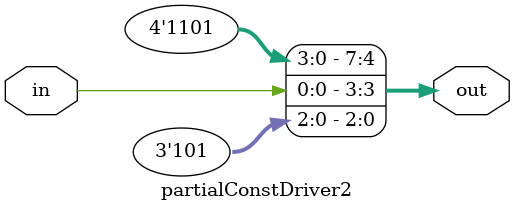
<source format=v>
module partialConstDriver2(input in, output [8-1:0] out);
  assign out = {4'B 1101, in, 3'B 101};
endmodule

</source>
